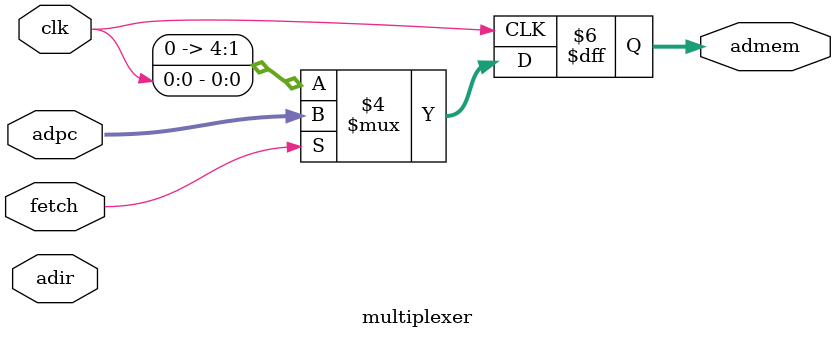
<source format=v>
`timescale 1ns / 1ps
module multiplexer(
    input [4:0] adir,
    input [4:0] adpc,
    input fetch,clk,
    output reg [4:0] admem
    );

	always@ (posedge clk)
	begin
	
		if (fetch == 0)
			admem <= clk;
		else
			admem <= adpc;
			
	end

endmodule

</source>
